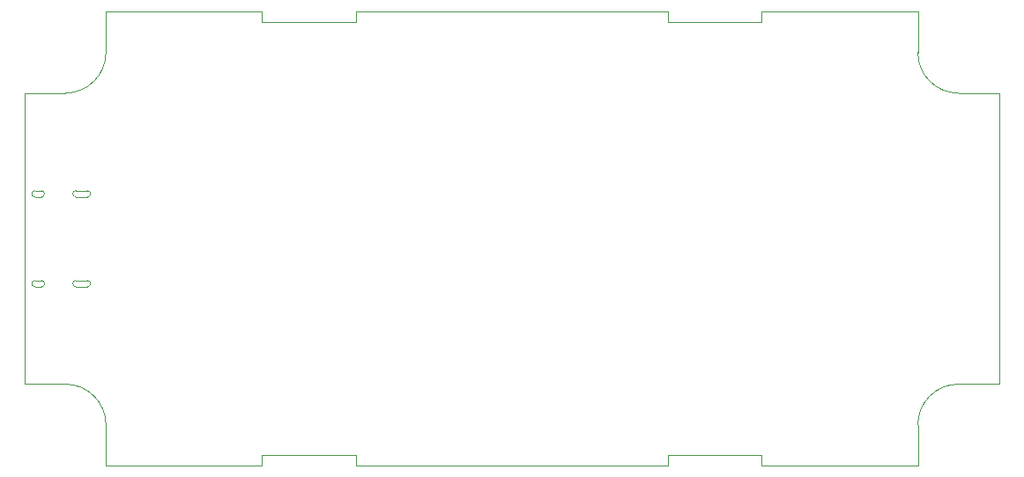
<source format=gbr>
G04 #@! TF.GenerationSoftware,KiCad,Pcbnew,5.1.5*
G04 #@! TF.CreationDate,2020-03-07T11:26:49+01:00*
G04 #@! TF.ProjectId,himudev,68696d75-6465-4762-9e6b-696361645f70,rev?*
G04 #@! TF.SameCoordinates,Original*
G04 #@! TF.FileFunction,Profile,NP*
%FSLAX46Y46*%
G04 Gerber Fmt 4.6, Leading zero omitted, Abs format (unit mm)*
G04 Created by KiCad (PCBNEW 5.1.5) date 2020-03-07 11:26:49*
%MOMM*%
%LPD*%
G04 APERTURE LIST*
%ADD10C,0.050000*%
%ADD11C,0.010000*%
G04 APERTURE END LIST*
D10*
X176400000Y-123415000D02*
X191400000Y-123415000D01*
X137400000Y-123415000D02*
X167400000Y-123415000D01*
X113400000Y-123415000D02*
X128400000Y-123415000D01*
X137400000Y-79785000D02*
X167400000Y-79785000D01*
X176400000Y-79785000D02*
X191400000Y-79785000D01*
X137400000Y-80785000D02*
X137400000Y-79785000D01*
X128400000Y-80785000D02*
X137400000Y-80785000D01*
X128400000Y-80785000D02*
X128400000Y-79785000D01*
X137400000Y-122415000D02*
X137400000Y-123415000D01*
X128400000Y-122415000D02*
X128400000Y-123415000D01*
X128400000Y-122415000D02*
X137400000Y-122415000D01*
X176400000Y-122415000D02*
X176400000Y-123415000D01*
X167400000Y-122415000D02*
X176400000Y-122415000D01*
X167400000Y-122415000D02*
X167400000Y-123415000D01*
X167400000Y-80785000D02*
X167400000Y-79785000D01*
X176400000Y-80785000D02*
X176400000Y-79785000D01*
X167400000Y-80785000D02*
X176400000Y-80785000D01*
X113400000Y-119507500D02*
X113400000Y-123415000D01*
X109492500Y-115600000D02*
X105585000Y-115600000D01*
X113400000Y-119507500D02*
G75*
G03X109492500Y-115600000I-3907500J0D01*
G01*
X113400000Y-83692500D02*
X113400000Y-79785000D01*
X109492500Y-87600000D02*
X105585000Y-87600000D01*
X113400000Y-83692500D02*
G75*
G02X109492500Y-87600000I-3907500J0D01*
G01*
X191400000Y-119507500D02*
X191400000Y-123415000D01*
X195307500Y-115600000D02*
G75*
G03X191400000Y-119507500I0J-3907500D01*
G01*
X195307500Y-115600000D02*
X199215000Y-115600000D01*
X195307500Y-87600000D02*
X199215000Y-87600000D01*
X191400000Y-83692500D02*
X191400000Y-79785000D01*
X195307500Y-87600000D02*
G75*
G02X191400000Y-83692500I0J3907500D01*
G01*
X105585000Y-87600000D02*
X105585000Y-115600000D01*
X199215000Y-87600000D02*
X199215000Y-115600000D01*
X113400000Y-79785000D02*
X128400000Y-79785000D01*
D11*
X106573000Y-96980000D02*
X107193000Y-96980000D01*
X106573000Y-97580000D02*
X107193000Y-97580000D01*
X107193000Y-97580000D02*
G75*
G03X107193000Y-96980000I0J300000D01*
G01*
X106573000Y-96980000D02*
G75*
G03X106573000Y-97580000I0J-300000D01*
G01*
X110508000Y-96980000D02*
X111608000Y-96980000D01*
X110508000Y-97580000D02*
X111608000Y-97580000D01*
X110508000Y-96980000D02*
G75*
G03X110508000Y-97580000I0J-300000D01*
G01*
X111608000Y-97580000D02*
G75*
G03X111608000Y-96980000I0J300000D01*
G01*
X106573000Y-105620000D02*
X107193000Y-105620000D01*
X106573000Y-106220000D02*
X107193000Y-106220000D01*
X107193000Y-106220000D02*
G75*
G03X107193000Y-105620000I0J300000D01*
G01*
X106573000Y-105620000D02*
G75*
G03X106573000Y-106220000I0J-300000D01*
G01*
X110508000Y-105620000D02*
X111608000Y-105620000D01*
X110508000Y-106220000D02*
X111608000Y-106220000D01*
X110508000Y-105620000D02*
G75*
G03X110508000Y-106220000I0J-300000D01*
G01*
X111608000Y-106220000D02*
G75*
G03X111608000Y-105620000I0J300000D01*
G01*
M02*

</source>
